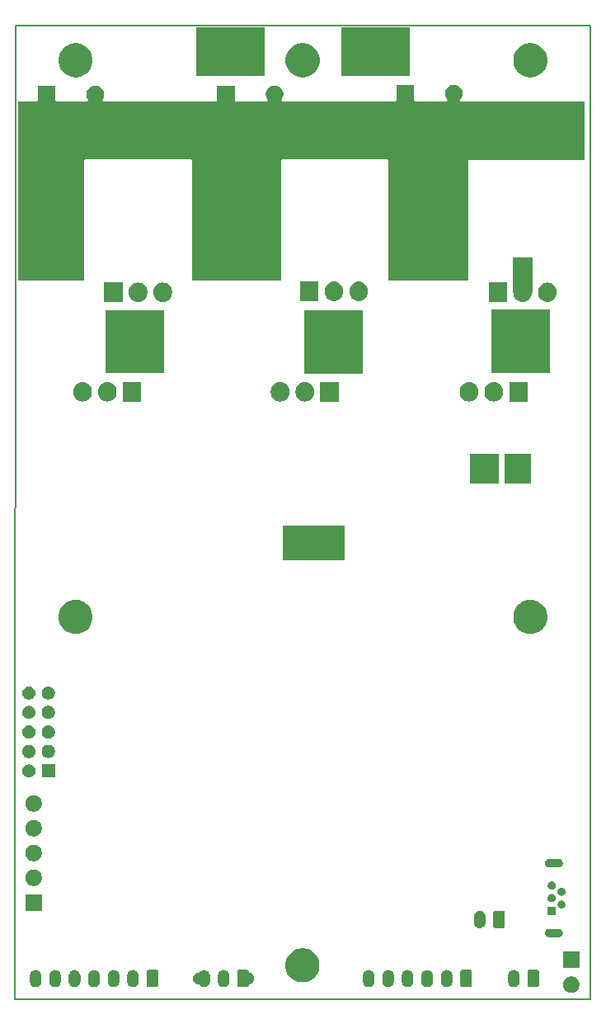
<source format=gbr>
G04 #@! TF.GenerationSoftware,KiCad,Pcbnew,(5.1.5)-3*
G04 #@! TF.CreationDate,2020-08-20T12:00:54-05:00*
G04 #@! TF.ProjectId,Cheap FOCer 2 60mm,43686561-7020-4464-9f43-657220322036,0.9*
G04 #@! TF.SameCoordinates,PX6979f40PYa1135a0*
G04 #@! TF.FileFunction,Soldermask,Bot*
G04 #@! TF.FilePolarity,Negative*
%FSLAX46Y46*%
G04 Gerber Fmt 4.6, Leading zero omitted, Abs format (unit mm)*
G04 Created by KiCad (PCBNEW (5.1.5)-3) date 2020-08-20 12:00:54*
%MOMM*%
%LPD*%
G04 APERTURE LIST*
%ADD10C,0.150000*%
G04 APERTURE END LIST*
D10*
X59100000Y99900000D02*
X25000Y99900000D01*
X0Y0D02*
X59100000Y0D01*
X25000Y99900000D02*
X0Y0D01*
X59100000Y0D02*
X59100000Y99900000D01*
G36*
X57347935Y2277336D02*
G01*
X57502624Y2213261D01*
X57502626Y2213260D01*
X57641844Y2120238D01*
X57760238Y2001844D01*
X57828842Y1899170D01*
X57853261Y1862624D01*
X57917336Y1707935D01*
X57950000Y1543719D01*
X57950000Y1376281D01*
X57917336Y1212065D01*
X57853261Y1057376D01*
X57853260Y1057374D01*
X57760238Y918156D01*
X57641844Y799762D01*
X57502626Y706740D01*
X57502625Y706739D01*
X57502624Y706739D01*
X57347935Y642664D01*
X57183719Y610000D01*
X57016281Y610000D01*
X56852065Y642664D01*
X56697376Y706739D01*
X56697375Y706739D01*
X56697374Y706740D01*
X56558156Y799762D01*
X56439762Y918156D01*
X56346740Y1057374D01*
X56346739Y1057376D01*
X56282664Y1212065D01*
X56250000Y1376281D01*
X56250000Y1543719D01*
X56282664Y1707935D01*
X56346739Y1862624D01*
X56371158Y1899170D01*
X56439762Y2001844D01*
X56558156Y2120238D01*
X56697374Y2213260D01*
X56697376Y2213261D01*
X56852065Y2277336D01*
X57016281Y2310000D01*
X57183719Y2310000D01*
X57347935Y2277336D01*
G37*
G36*
X21517621Y2966318D02*
G01*
X21630721Y2932010D01*
X21734955Y2876296D01*
X21826317Y2801317D01*
X21901296Y2709955D01*
X21957010Y2605721D01*
X21991318Y2492621D01*
X22000000Y2404474D01*
X22000000Y1795526D01*
X21991318Y1707379D01*
X21957010Y1594279D01*
X21901296Y1490045D01*
X21826317Y1398683D01*
X21734954Y1323704D01*
X21630720Y1267990D01*
X21517620Y1233682D01*
X21400000Y1222097D01*
X21282379Y1233682D01*
X21169279Y1267990D01*
X21065045Y1323704D01*
X20973683Y1398683D01*
X20898704Y1490046D01*
X20842990Y1594280D01*
X20808682Y1707380D01*
X20800000Y1795527D01*
X20800000Y2404474D01*
X20808682Y2492621D01*
X20842990Y2605721D01*
X20898705Y2709955D01*
X20973684Y2801317D01*
X21065046Y2876296D01*
X21169280Y2932010D01*
X21282380Y2966318D01*
X21400000Y2977903D01*
X21517621Y2966318D01*
G37*
G36*
X51317621Y2966318D02*
G01*
X51430721Y2932010D01*
X51534955Y2876296D01*
X51626317Y2801317D01*
X51701296Y2709955D01*
X51757010Y2605721D01*
X51791318Y2492621D01*
X51800000Y2404474D01*
X51800000Y1795526D01*
X51791318Y1707379D01*
X51757010Y1594279D01*
X51701296Y1490045D01*
X51626317Y1398683D01*
X51534954Y1323704D01*
X51430720Y1267990D01*
X51317620Y1233682D01*
X51200000Y1222097D01*
X51082379Y1233682D01*
X50969279Y1267990D01*
X50865045Y1323704D01*
X50773683Y1398683D01*
X50698704Y1490046D01*
X50642990Y1594280D01*
X50608682Y1707380D01*
X50600000Y1795527D01*
X50600000Y2404474D01*
X50608682Y2492621D01*
X50642990Y2605721D01*
X50698705Y2709955D01*
X50773684Y2801317D01*
X50865046Y2876296D01*
X50969280Y2932010D01*
X51082380Y2966318D01*
X51200000Y2977903D01*
X51317621Y2966318D01*
G37*
G36*
X36417621Y2966318D02*
G01*
X36530721Y2932010D01*
X36634955Y2876296D01*
X36726317Y2801317D01*
X36801296Y2709955D01*
X36857010Y2605721D01*
X36891318Y2492621D01*
X36900000Y2404474D01*
X36900000Y1795526D01*
X36891318Y1707379D01*
X36857010Y1594279D01*
X36801296Y1490045D01*
X36726317Y1398683D01*
X36634954Y1323704D01*
X36530720Y1267990D01*
X36417620Y1233682D01*
X36300000Y1222097D01*
X36182379Y1233682D01*
X36069279Y1267990D01*
X35965045Y1323704D01*
X35873683Y1398683D01*
X35798704Y1490046D01*
X35742990Y1594280D01*
X35708682Y1707380D01*
X35700000Y1795527D01*
X35700000Y2404474D01*
X35708682Y2492621D01*
X35742990Y2605721D01*
X35798705Y2709955D01*
X35873684Y2801317D01*
X35965046Y2876296D01*
X36069280Y2932010D01*
X36182380Y2966318D01*
X36300000Y2977903D01*
X36417621Y2966318D01*
G37*
G36*
X38417621Y2966318D02*
G01*
X38530721Y2932010D01*
X38634955Y2876296D01*
X38726317Y2801317D01*
X38801296Y2709955D01*
X38857010Y2605721D01*
X38891318Y2492621D01*
X38900000Y2404474D01*
X38900000Y1795526D01*
X38891318Y1707379D01*
X38857010Y1594279D01*
X38801296Y1490045D01*
X38726317Y1398683D01*
X38634954Y1323704D01*
X38530720Y1267990D01*
X38417620Y1233682D01*
X38300000Y1222097D01*
X38182379Y1233682D01*
X38069279Y1267990D01*
X37965045Y1323704D01*
X37873683Y1398683D01*
X37798704Y1490046D01*
X37742990Y1594280D01*
X37708682Y1707380D01*
X37700000Y1795527D01*
X37700000Y2404474D01*
X37708682Y2492621D01*
X37742990Y2605721D01*
X37798705Y2709955D01*
X37873684Y2801317D01*
X37965046Y2876296D01*
X38069280Y2932010D01*
X38182380Y2966318D01*
X38300000Y2977903D01*
X38417621Y2966318D01*
G37*
G36*
X40417621Y2966318D02*
G01*
X40530721Y2932010D01*
X40634955Y2876296D01*
X40726317Y2801317D01*
X40801296Y2709955D01*
X40857010Y2605721D01*
X40891318Y2492621D01*
X40900000Y2404474D01*
X40900000Y1795526D01*
X40891318Y1707379D01*
X40857010Y1594279D01*
X40801296Y1490045D01*
X40726317Y1398683D01*
X40634954Y1323704D01*
X40530720Y1267990D01*
X40417620Y1233682D01*
X40300000Y1222097D01*
X40182379Y1233682D01*
X40069279Y1267990D01*
X39965045Y1323704D01*
X39873683Y1398683D01*
X39798704Y1490046D01*
X39742990Y1594280D01*
X39708682Y1707380D01*
X39700000Y1795527D01*
X39700000Y2404474D01*
X39708682Y2492621D01*
X39742990Y2605721D01*
X39798705Y2709955D01*
X39873684Y2801317D01*
X39965046Y2876296D01*
X40069280Y2932010D01*
X40182380Y2966318D01*
X40300000Y2977903D01*
X40417621Y2966318D01*
G37*
G36*
X42417621Y2966318D02*
G01*
X42530721Y2932010D01*
X42634955Y2876296D01*
X42726317Y2801317D01*
X42801296Y2709955D01*
X42857010Y2605721D01*
X42891318Y2492621D01*
X42900000Y2404474D01*
X42900000Y1795526D01*
X42891318Y1707379D01*
X42857010Y1594279D01*
X42801296Y1490045D01*
X42726317Y1398683D01*
X42634954Y1323704D01*
X42530720Y1267990D01*
X42417620Y1233682D01*
X42300000Y1222097D01*
X42182379Y1233682D01*
X42069279Y1267990D01*
X41965045Y1323704D01*
X41873683Y1398683D01*
X41798704Y1490046D01*
X41742990Y1594280D01*
X41708682Y1707380D01*
X41700000Y1795527D01*
X41700000Y2404474D01*
X41708682Y2492621D01*
X41742990Y2605721D01*
X41798705Y2709955D01*
X41873684Y2801317D01*
X41965046Y2876296D01*
X42069280Y2932010D01*
X42182380Y2966318D01*
X42300000Y2977903D01*
X42417621Y2966318D01*
G37*
G36*
X44417621Y2966318D02*
G01*
X44530721Y2932010D01*
X44634955Y2876296D01*
X44726317Y2801317D01*
X44801296Y2709955D01*
X44857010Y2605721D01*
X44891318Y2492621D01*
X44900000Y2404474D01*
X44900000Y1795526D01*
X44891318Y1707379D01*
X44857010Y1594279D01*
X44801296Y1490045D01*
X44726317Y1398683D01*
X44634954Y1323704D01*
X44530720Y1267990D01*
X44417620Y1233682D01*
X44300000Y1222097D01*
X44182379Y1233682D01*
X44069279Y1267990D01*
X43965045Y1323704D01*
X43873683Y1398683D01*
X43798704Y1490046D01*
X43742990Y1594280D01*
X43708682Y1707380D01*
X43700000Y1795527D01*
X43700000Y2404474D01*
X43708682Y2492621D01*
X43742990Y2605721D01*
X43798705Y2709955D01*
X43873684Y2801317D01*
X43965046Y2876296D01*
X44069280Y2932010D01*
X44182380Y2966318D01*
X44300000Y2977903D01*
X44417621Y2966318D01*
G37*
G36*
X10217621Y2966318D02*
G01*
X10330721Y2932010D01*
X10434955Y2876296D01*
X10526317Y2801317D01*
X10601296Y2709955D01*
X10657010Y2605721D01*
X10691318Y2492621D01*
X10700000Y2404474D01*
X10700000Y1795526D01*
X10691318Y1707379D01*
X10657010Y1594279D01*
X10601296Y1490045D01*
X10526317Y1398683D01*
X10434954Y1323704D01*
X10330720Y1267990D01*
X10217620Y1233682D01*
X10100000Y1222097D01*
X9982379Y1233682D01*
X9869279Y1267990D01*
X9765045Y1323704D01*
X9673683Y1398683D01*
X9598704Y1490046D01*
X9542990Y1594280D01*
X9508682Y1707380D01*
X9500000Y1795527D01*
X9500000Y2404474D01*
X9508682Y2492621D01*
X9542990Y2605721D01*
X9598705Y2709955D01*
X9673684Y2801317D01*
X9765046Y2876296D01*
X9869280Y2932010D01*
X9982380Y2966318D01*
X10100000Y2977903D01*
X10217621Y2966318D01*
G37*
G36*
X12217621Y2966318D02*
G01*
X12330721Y2932010D01*
X12434955Y2876296D01*
X12526317Y2801317D01*
X12601296Y2709955D01*
X12657010Y2605721D01*
X12691318Y2492621D01*
X12700000Y2404474D01*
X12700000Y1795526D01*
X12691318Y1707379D01*
X12657010Y1594279D01*
X12601296Y1490045D01*
X12526317Y1398683D01*
X12434954Y1323704D01*
X12330720Y1267990D01*
X12217620Y1233682D01*
X12100000Y1222097D01*
X11982379Y1233682D01*
X11869279Y1267990D01*
X11765045Y1323704D01*
X11673683Y1398683D01*
X11598704Y1490046D01*
X11542990Y1594280D01*
X11508682Y1707380D01*
X11500000Y1795527D01*
X11500000Y2404474D01*
X11508682Y2492621D01*
X11542990Y2605721D01*
X11598705Y2709955D01*
X11673684Y2801317D01*
X11765046Y2876296D01*
X11869280Y2932010D01*
X11982380Y2966318D01*
X12100000Y2977903D01*
X12217621Y2966318D01*
G37*
G36*
X19517621Y2966318D02*
G01*
X19630721Y2932010D01*
X19734955Y2876296D01*
X19826317Y2801317D01*
X19901296Y2709955D01*
X19957010Y2605721D01*
X19991318Y2492621D01*
X20000000Y2404474D01*
X20000000Y1795526D01*
X19991318Y1707379D01*
X19957010Y1594279D01*
X19901296Y1490045D01*
X19826317Y1398683D01*
X19734954Y1323704D01*
X19630720Y1267990D01*
X19517620Y1233682D01*
X19400000Y1222097D01*
X19282379Y1233682D01*
X19169279Y1267990D01*
X19065045Y1323704D01*
X18973683Y1398683D01*
X18928034Y1454307D01*
X18910715Y1471626D01*
X18890341Y1485240D01*
X18867702Y1494617D01*
X18843669Y1499398D01*
X18831416Y1500000D01*
X18800904Y1500000D01*
X18684987Y1523057D01*
X18575794Y1568286D01*
X18477523Y1633949D01*
X18393949Y1717523D01*
X18328286Y1815794D01*
X18283057Y1924987D01*
X18260000Y2040904D01*
X18260000Y2159096D01*
X18283057Y2275013D01*
X18328286Y2384206D01*
X18393949Y2482477D01*
X18477523Y2566051D01*
X18575794Y2631714D01*
X18684987Y2676943D01*
X18800904Y2700000D01*
X18831416Y2700000D01*
X18855802Y2702402D01*
X18879251Y2709515D01*
X18900862Y2721066D01*
X18919804Y2736611D01*
X18928032Y2745690D01*
X18973684Y2801317D01*
X19065046Y2876296D01*
X19169280Y2932010D01*
X19282380Y2966318D01*
X19400000Y2977903D01*
X19517621Y2966318D01*
G37*
G36*
X2217621Y2966318D02*
G01*
X2330721Y2932010D01*
X2434955Y2876296D01*
X2526317Y2801317D01*
X2601296Y2709955D01*
X2657010Y2605721D01*
X2691318Y2492621D01*
X2700000Y2404474D01*
X2700000Y1795526D01*
X2691318Y1707379D01*
X2657010Y1594279D01*
X2601296Y1490045D01*
X2526317Y1398683D01*
X2434954Y1323704D01*
X2330720Y1267990D01*
X2217620Y1233682D01*
X2100000Y1222097D01*
X1982379Y1233682D01*
X1869279Y1267990D01*
X1765045Y1323704D01*
X1673683Y1398683D01*
X1598704Y1490046D01*
X1542990Y1594280D01*
X1508682Y1707380D01*
X1500000Y1795527D01*
X1500000Y2404474D01*
X1508682Y2492621D01*
X1542990Y2605721D01*
X1598705Y2709955D01*
X1673684Y2801317D01*
X1765046Y2876296D01*
X1869280Y2932010D01*
X1982380Y2966318D01*
X2100000Y2977903D01*
X2217621Y2966318D01*
G37*
G36*
X4217621Y2966318D02*
G01*
X4330721Y2932010D01*
X4434955Y2876296D01*
X4526317Y2801317D01*
X4601296Y2709955D01*
X4657010Y2605721D01*
X4691318Y2492621D01*
X4700000Y2404474D01*
X4700000Y1795526D01*
X4691318Y1707379D01*
X4657010Y1594279D01*
X4601296Y1490045D01*
X4526317Y1398683D01*
X4434954Y1323704D01*
X4330720Y1267990D01*
X4217620Y1233682D01*
X4100000Y1222097D01*
X3982379Y1233682D01*
X3869279Y1267990D01*
X3765045Y1323704D01*
X3673683Y1398683D01*
X3598704Y1490046D01*
X3542990Y1594280D01*
X3508682Y1707380D01*
X3500000Y1795527D01*
X3500000Y2404474D01*
X3508682Y2492621D01*
X3542990Y2605721D01*
X3598705Y2709955D01*
X3673684Y2801317D01*
X3765046Y2876296D01*
X3869280Y2932010D01*
X3982380Y2966318D01*
X4100000Y2977903D01*
X4217621Y2966318D01*
G37*
G36*
X6217621Y2966318D02*
G01*
X6330721Y2932010D01*
X6434955Y2876296D01*
X6526317Y2801317D01*
X6601296Y2709955D01*
X6657010Y2605721D01*
X6691318Y2492621D01*
X6700000Y2404474D01*
X6700000Y1795526D01*
X6691318Y1707379D01*
X6657010Y1594279D01*
X6601296Y1490045D01*
X6526317Y1398683D01*
X6434954Y1323704D01*
X6330720Y1267990D01*
X6217620Y1233682D01*
X6100000Y1222097D01*
X5982379Y1233682D01*
X5869279Y1267990D01*
X5765045Y1323704D01*
X5673683Y1398683D01*
X5598704Y1490046D01*
X5542990Y1594280D01*
X5508682Y1707380D01*
X5500000Y1795527D01*
X5500000Y2404474D01*
X5508682Y2492621D01*
X5542990Y2605721D01*
X5598705Y2709955D01*
X5673684Y2801317D01*
X5765046Y2876296D01*
X5869280Y2932010D01*
X5982380Y2966318D01*
X6100000Y2977903D01*
X6217621Y2966318D01*
G37*
G36*
X8217621Y2966318D02*
G01*
X8330721Y2932010D01*
X8434955Y2876296D01*
X8526317Y2801317D01*
X8601296Y2709955D01*
X8657010Y2605721D01*
X8691318Y2492621D01*
X8700000Y2404474D01*
X8700000Y1795526D01*
X8691318Y1707379D01*
X8657010Y1594279D01*
X8601296Y1490045D01*
X8526317Y1398683D01*
X8434954Y1323704D01*
X8330720Y1267990D01*
X8217620Y1233682D01*
X8100000Y1222097D01*
X7982379Y1233682D01*
X7869279Y1267990D01*
X7765045Y1323704D01*
X7673683Y1398683D01*
X7598704Y1490046D01*
X7542990Y1594280D01*
X7508682Y1707380D01*
X7500000Y1795527D01*
X7500000Y2404474D01*
X7508682Y2492621D01*
X7542990Y2605721D01*
X7598705Y2709955D01*
X7673684Y2801317D01*
X7765046Y2876296D01*
X7869280Y2932010D01*
X7982380Y2966318D01*
X8100000Y2977903D01*
X8217621Y2966318D01*
G37*
G36*
X14557345Y2971005D02*
G01*
X14590451Y2960962D01*
X14620964Y2944653D01*
X14647706Y2922706D01*
X14669653Y2895964D01*
X14685962Y2865451D01*
X14696005Y2832345D01*
X14700000Y2791779D01*
X14700000Y1408221D01*
X14696005Y1367655D01*
X14685962Y1334549D01*
X14669653Y1304036D01*
X14647706Y1277294D01*
X14620964Y1255347D01*
X14590451Y1239038D01*
X14557345Y1228995D01*
X14516779Y1225000D01*
X13683221Y1225000D01*
X13642655Y1228995D01*
X13609549Y1239038D01*
X13579036Y1255347D01*
X13552294Y1277294D01*
X13530347Y1304036D01*
X13514038Y1334549D01*
X13503995Y1367655D01*
X13500000Y1408221D01*
X13500000Y2791779D01*
X13503995Y2832345D01*
X13514038Y2865451D01*
X13530347Y2895964D01*
X13552294Y2922706D01*
X13579036Y2944653D01*
X13609549Y2960962D01*
X13642655Y2971005D01*
X13683221Y2975000D01*
X14516779Y2975000D01*
X14557345Y2971005D01*
G37*
G36*
X23857345Y2971005D02*
G01*
X23890451Y2960962D01*
X23920964Y2944653D01*
X23947706Y2922706D01*
X23969653Y2895964D01*
X23985962Y2865451D01*
X23996005Y2832345D01*
X24000151Y2790243D01*
X24004931Y2766210D01*
X24014308Y2743571D01*
X24027922Y2723197D01*
X24045248Y2705869D01*
X24065623Y2692255D01*
X24088261Y2682878D01*
X24100162Y2679897D01*
X24115012Y2676943D01*
X24224206Y2631714D01*
X24322477Y2566051D01*
X24406051Y2482477D01*
X24471714Y2384206D01*
X24516943Y2275013D01*
X24540000Y2159096D01*
X24540000Y2040904D01*
X24516943Y1924987D01*
X24471714Y1815794D01*
X24406051Y1717523D01*
X24322477Y1633949D01*
X24224206Y1568286D01*
X24115012Y1523057D01*
X24100162Y1520103D01*
X24076713Y1512990D01*
X24055102Y1501439D01*
X24036160Y1485893D01*
X24020615Y1466951D01*
X24009064Y1445341D01*
X24001951Y1421892D01*
X24000151Y1409757D01*
X23996005Y1367655D01*
X23985962Y1334549D01*
X23969653Y1304036D01*
X23947706Y1277294D01*
X23920964Y1255347D01*
X23890451Y1239038D01*
X23857345Y1228995D01*
X23816779Y1225000D01*
X22983221Y1225000D01*
X22942655Y1228995D01*
X22909549Y1239038D01*
X22879036Y1255347D01*
X22852294Y1277294D01*
X22830347Y1304036D01*
X22814038Y1334549D01*
X22803995Y1367655D01*
X22800000Y1408221D01*
X22800000Y2791779D01*
X22803995Y2832345D01*
X22814038Y2865451D01*
X22830347Y2895964D01*
X22852294Y2922706D01*
X22879036Y2944653D01*
X22909549Y2960962D01*
X22942655Y2971005D01*
X22983221Y2975000D01*
X23816779Y2975000D01*
X23857345Y2971005D01*
G37*
G36*
X46757345Y2971005D02*
G01*
X46790451Y2960962D01*
X46820964Y2944653D01*
X46847706Y2922706D01*
X46869653Y2895964D01*
X46885962Y2865451D01*
X46896005Y2832345D01*
X46900000Y2791779D01*
X46900000Y1408221D01*
X46896005Y1367655D01*
X46885962Y1334549D01*
X46869653Y1304036D01*
X46847706Y1277294D01*
X46820964Y1255347D01*
X46790451Y1239038D01*
X46757345Y1228995D01*
X46716779Y1225000D01*
X45883221Y1225000D01*
X45842655Y1228995D01*
X45809549Y1239038D01*
X45779036Y1255347D01*
X45752294Y1277294D01*
X45730347Y1304036D01*
X45714038Y1334549D01*
X45703995Y1367655D01*
X45700000Y1408221D01*
X45700000Y2791779D01*
X45703995Y2832345D01*
X45714038Y2865451D01*
X45730347Y2895964D01*
X45752294Y2922706D01*
X45779036Y2944653D01*
X45809549Y2960962D01*
X45842655Y2971005D01*
X45883221Y2975000D01*
X46716779Y2975000D01*
X46757345Y2971005D01*
G37*
G36*
X53657345Y2971005D02*
G01*
X53690451Y2960962D01*
X53720964Y2944653D01*
X53747706Y2922706D01*
X53769653Y2895964D01*
X53785962Y2865451D01*
X53796005Y2832345D01*
X53800000Y2791779D01*
X53800000Y1408221D01*
X53796005Y1367655D01*
X53785962Y1334549D01*
X53769653Y1304036D01*
X53747706Y1277294D01*
X53720964Y1255347D01*
X53690451Y1239038D01*
X53657345Y1228995D01*
X53616779Y1225000D01*
X52783221Y1225000D01*
X52742655Y1228995D01*
X52709549Y1239038D01*
X52679036Y1255347D01*
X52652294Y1277294D01*
X52630347Y1304036D01*
X52614038Y1334549D01*
X52603995Y1367655D01*
X52600000Y1408221D01*
X52600000Y2791779D01*
X52603995Y2832345D01*
X52614038Y2865451D01*
X52630347Y2895964D01*
X52652294Y2922706D01*
X52679036Y2944653D01*
X52709549Y2960962D01*
X52742655Y2971005D01*
X52783221Y2975000D01*
X53616779Y2975000D01*
X53657345Y2971005D01*
G37*
G36*
X29841408Y5166374D02*
G01*
X30010456Y5132749D01*
X30328936Y5000830D01*
X30615560Y4809314D01*
X30859314Y4565560D01*
X31050830Y4278936D01*
X31182749Y3960456D01*
X31250000Y3622360D01*
X31250000Y3277640D01*
X31182749Y2939544D01*
X31050830Y2621064D01*
X30859314Y2334440D01*
X30615560Y2090686D01*
X30328936Y1899170D01*
X30010456Y1767251D01*
X29841408Y1733626D01*
X29672361Y1700000D01*
X29327639Y1700000D01*
X29158592Y1733626D01*
X28989544Y1767251D01*
X28671064Y1899170D01*
X28384440Y2090686D01*
X28140686Y2334440D01*
X27949170Y2621064D01*
X27817251Y2939544D01*
X27750000Y3277640D01*
X27750000Y3622360D01*
X27817251Y3960456D01*
X27949170Y4278936D01*
X28140686Y4565560D01*
X28384440Y4809314D01*
X28671064Y5000830D01*
X28989544Y5132749D01*
X29158592Y5166374D01*
X29327639Y5200000D01*
X29672361Y5200000D01*
X29841408Y5166374D01*
G37*
G36*
X57950000Y3150000D02*
G01*
X56250000Y3150000D01*
X56250000Y4850000D01*
X57950000Y4850000D01*
X57950000Y3150000D01*
G37*
G36*
X55903316Y7193851D02*
G01*
X55983427Y7169549D01*
X56052492Y7132632D01*
X56057260Y7130084D01*
X56074117Y7116250D01*
X56121975Y7076975D01*
X56161250Y7029117D01*
X56175084Y7012260D01*
X56175085Y7012258D01*
X56214549Y6938427D01*
X56238851Y6858316D01*
X56247056Y6775000D01*
X56238851Y6691684D01*
X56214549Y6611573D01*
X56177632Y6542508D01*
X56175084Y6537740D01*
X56161250Y6520883D01*
X56121975Y6473025D01*
X56074117Y6433750D01*
X56057260Y6419916D01*
X56057258Y6419915D01*
X55983427Y6380451D01*
X55903316Y6356149D01*
X55840878Y6350000D01*
X54799122Y6350000D01*
X54736684Y6356149D01*
X54656573Y6380451D01*
X54582742Y6419915D01*
X54582740Y6419916D01*
X54565883Y6433750D01*
X54518025Y6473025D01*
X54478750Y6520883D01*
X54464916Y6537740D01*
X54462368Y6542508D01*
X54425451Y6611573D01*
X54401149Y6691684D01*
X54392944Y6775000D01*
X54401149Y6858316D01*
X54425451Y6938427D01*
X54464915Y7012258D01*
X54464916Y7012260D01*
X54478750Y7029117D01*
X54518025Y7076975D01*
X54565883Y7116250D01*
X54582740Y7130084D01*
X54587508Y7132632D01*
X54656573Y7169549D01*
X54736684Y7193851D01*
X54799122Y7200000D01*
X55840878Y7200000D01*
X55903316Y7193851D01*
G37*
G36*
X47817621Y9016318D02*
G01*
X47930721Y8982010D01*
X48034955Y8926296D01*
X48126317Y8851317D01*
X48201296Y8759955D01*
X48257010Y8655721D01*
X48291318Y8542621D01*
X48300000Y8454474D01*
X48300000Y7845526D01*
X48291318Y7757379D01*
X48257010Y7644279D01*
X48201296Y7540045D01*
X48126317Y7448683D01*
X48034954Y7373704D01*
X47930720Y7317990D01*
X47817620Y7283682D01*
X47700000Y7272097D01*
X47582379Y7283682D01*
X47469279Y7317990D01*
X47365045Y7373704D01*
X47273683Y7448683D01*
X47198704Y7540046D01*
X47142990Y7644280D01*
X47108682Y7757380D01*
X47100000Y7845527D01*
X47100000Y8454474D01*
X47108682Y8542621D01*
X47142990Y8655721D01*
X47198705Y8759955D01*
X47273684Y8851317D01*
X47365046Y8926296D01*
X47469280Y8982010D01*
X47582380Y9016318D01*
X47700000Y9027903D01*
X47817621Y9016318D01*
G37*
G36*
X50157345Y9021005D02*
G01*
X50190451Y9010962D01*
X50220964Y8994653D01*
X50247706Y8972706D01*
X50269653Y8945964D01*
X50285962Y8915451D01*
X50296005Y8882345D01*
X50300000Y8841779D01*
X50300000Y7458221D01*
X50296005Y7417655D01*
X50285962Y7384549D01*
X50269653Y7354036D01*
X50247706Y7327294D01*
X50220964Y7305347D01*
X50190451Y7289038D01*
X50157345Y7278995D01*
X50116779Y7275000D01*
X49283221Y7275000D01*
X49242655Y7278995D01*
X49209549Y7289038D01*
X49179036Y7305347D01*
X49152294Y7327294D01*
X49130347Y7354036D01*
X49114038Y7384549D01*
X49103995Y7417655D01*
X49100000Y7458221D01*
X49100000Y8841779D01*
X49103995Y8882345D01*
X49114038Y8915451D01*
X49130347Y8945964D01*
X49152294Y8972706D01*
X49179036Y8994653D01*
X49209549Y9010962D01*
X49242655Y9021005D01*
X49283221Y9025000D01*
X50116779Y9025000D01*
X50157345Y9021005D01*
G37*
G36*
X55541066Y9469431D02*
G01*
X55529515Y9447820D01*
X55522402Y9424371D01*
X55520000Y9399985D01*
X55520000Y8630000D01*
X54680000Y8630000D01*
X54680000Y9470000D01*
X55541533Y9470000D01*
X55541066Y9469431D01*
G37*
G36*
X2750000Y9050000D02*
G01*
X1050000Y9050000D01*
X1050000Y10750000D01*
X2750000Y10750000D01*
X2750000Y9050000D01*
G37*
G36*
X56222509Y10103860D02*
G01*
X56298943Y10072200D01*
X56298945Y10072199D01*
X56333573Y10049061D01*
X56367733Y10026236D01*
X56426236Y9967733D01*
X56472200Y9898943D01*
X56503860Y9822509D01*
X56520000Y9741368D01*
X56520000Y9658632D01*
X56503860Y9577491D01*
X56473385Y9503918D01*
X56472199Y9501055D01*
X56426235Y9432266D01*
X56367734Y9373765D01*
X56298945Y9327801D01*
X56298944Y9327800D01*
X56298943Y9327800D01*
X56222509Y9296140D01*
X56141368Y9280000D01*
X56058632Y9280000D01*
X55977491Y9296140D01*
X55901057Y9327800D01*
X55901056Y9327800D01*
X55901055Y9327801D01*
X55832266Y9373765D01*
X55773765Y9432266D01*
X55748931Y9469432D01*
X55733387Y9488373D01*
X55714445Y9503918D01*
X55692834Y9515469D01*
X55669385Y9522582D01*
X55666905Y9522826D01*
X55669143Y9525553D01*
X55680694Y9547164D01*
X55687807Y9570613D01*
X55690209Y9594999D01*
X55687807Y9619386D01*
X55680000Y9658634D01*
X55680000Y9741368D01*
X55696140Y9822509D01*
X55727800Y9898943D01*
X55773764Y9967733D01*
X55832267Y10026236D01*
X55866427Y10049061D01*
X55901055Y10072199D01*
X55901057Y10072200D01*
X55977491Y10103860D01*
X56058632Y10120000D01*
X56141368Y10120000D01*
X56222509Y10103860D01*
G37*
G36*
X55222509Y10753860D02*
G01*
X55298943Y10722200D01*
X55298945Y10722199D01*
X55333573Y10699061D01*
X55367733Y10676236D01*
X55426236Y10617733D01*
X55472200Y10548943D01*
X55503860Y10472509D01*
X55520000Y10391368D01*
X55520000Y10308632D01*
X55503860Y10227491D01*
X55472200Y10151057D01*
X55472199Y10151055D01*
X55426235Y10082266D01*
X55367734Y10023765D01*
X55298945Y9977801D01*
X55298944Y9977800D01*
X55298943Y9977800D01*
X55222509Y9946140D01*
X55141368Y9930000D01*
X55058632Y9930000D01*
X54977491Y9946140D01*
X54901057Y9977800D01*
X54901056Y9977800D01*
X54901055Y9977801D01*
X54832266Y10023765D01*
X54773765Y10082266D01*
X54727801Y10151055D01*
X54727800Y10151057D01*
X54696140Y10227491D01*
X54680000Y10308632D01*
X54680000Y10391368D01*
X54696140Y10472509D01*
X54727800Y10548943D01*
X54773764Y10617733D01*
X54832267Y10676236D01*
X54866427Y10699061D01*
X54901055Y10722199D01*
X54901057Y10722200D01*
X54977491Y10753860D01*
X55058632Y10770000D01*
X55141368Y10770000D01*
X55222509Y10753860D01*
G37*
G36*
X56222509Y11403860D02*
G01*
X56298943Y11372200D01*
X56298945Y11372199D01*
X56333573Y11349061D01*
X56367733Y11326236D01*
X56426236Y11267733D01*
X56472200Y11198943D01*
X56503860Y11122509D01*
X56520000Y11041368D01*
X56520000Y10958632D01*
X56503860Y10877491D01*
X56472200Y10801057D01*
X56472199Y10801055D01*
X56426235Y10732266D01*
X56367734Y10673765D01*
X56298945Y10627801D01*
X56298944Y10627800D01*
X56298943Y10627800D01*
X56222509Y10596140D01*
X56141368Y10580000D01*
X56058632Y10580000D01*
X55977491Y10596140D01*
X55901057Y10627800D01*
X55901056Y10627800D01*
X55901055Y10627801D01*
X55832266Y10673765D01*
X55773765Y10732266D01*
X55727801Y10801055D01*
X55727800Y10801057D01*
X55696140Y10877491D01*
X55680000Y10958632D01*
X55680000Y11041368D01*
X55696140Y11122509D01*
X55727800Y11198943D01*
X55773764Y11267733D01*
X55832267Y11326236D01*
X55866427Y11349061D01*
X55901055Y11372199D01*
X55901057Y11372200D01*
X55977491Y11403860D01*
X56058632Y11420000D01*
X56141368Y11420000D01*
X56222509Y11403860D01*
G37*
G36*
X55222509Y12053860D02*
G01*
X55298943Y12022200D01*
X55298945Y12022199D01*
X55333573Y11999061D01*
X55367733Y11976236D01*
X55426236Y11917733D01*
X55472200Y11848943D01*
X55503860Y11772509D01*
X55520000Y11691368D01*
X55520000Y11608632D01*
X55503860Y11527491D01*
X55472200Y11451057D01*
X55472199Y11451055D01*
X55426235Y11382266D01*
X55367734Y11323765D01*
X55298945Y11277801D01*
X55298944Y11277800D01*
X55298943Y11277800D01*
X55222509Y11246140D01*
X55141368Y11230000D01*
X55058632Y11230000D01*
X54977491Y11246140D01*
X54901057Y11277800D01*
X54901056Y11277800D01*
X54901055Y11277801D01*
X54832266Y11323765D01*
X54773765Y11382266D01*
X54727801Y11451055D01*
X54727800Y11451057D01*
X54696140Y11527491D01*
X54680000Y11608632D01*
X54680000Y11691368D01*
X54696140Y11772509D01*
X54727800Y11848943D01*
X54773764Y11917733D01*
X54832267Y11976236D01*
X54866427Y11999061D01*
X54901055Y12022199D01*
X54901057Y12022200D01*
X54977491Y12053860D01*
X55058632Y12070000D01*
X55141368Y12070000D01*
X55222509Y12053860D01*
G37*
G36*
X2147935Y13257336D02*
G01*
X2302624Y13193261D01*
X2302626Y13193260D01*
X2441844Y13100238D01*
X2560238Y12981844D01*
X2653260Y12842626D01*
X2653261Y12842624D01*
X2717336Y12687935D01*
X2750000Y12523719D01*
X2750000Y12356281D01*
X2717336Y12192065D01*
X2653261Y12037376D01*
X2653260Y12037374D01*
X2560238Y11898156D01*
X2441844Y11779762D01*
X2302626Y11686740D01*
X2302625Y11686739D01*
X2302624Y11686739D01*
X2147935Y11622664D01*
X1983719Y11590000D01*
X1816281Y11590000D01*
X1652065Y11622664D01*
X1497376Y11686739D01*
X1497375Y11686739D01*
X1497374Y11686740D01*
X1358156Y11779762D01*
X1239762Y11898156D01*
X1146740Y12037374D01*
X1146739Y12037376D01*
X1082664Y12192065D01*
X1050000Y12356281D01*
X1050000Y12523719D01*
X1082664Y12687935D01*
X1146739Y12842624D01*
X1146740Y12842626D01*
X1239762Y12981844D01*
X1358156Y13100238D01*
X1497374Y13193260D01*
X1497376Y13193261D01*
X1652065Y13257336D01*
X1816281Y13290000D01*
X1983719Y13290000D01*
X2147935Y13257336D01*
G37*
G36*
X55903316Y14343851D02*
G01*
X55983427Y14319549D01*
X56052492Y14282632D01*
X56057260Y14280084D01*
X56074117Y14266250D01*
X56121975Y14226975D01*
X56161250Y14179117D01*
X56175084Y14162260D01*
X56175085Y14162258D01*
X56214549Y14088427D01*
X56238851Y14008316D01*
X56247056Y13925000D01*
X56238851Y13841684D01*
X56214549Y13761573D01*
X56177632Y13692508D01*
X56175084Y13687740D01*
X56161250Y13670883D01*
X56121975Y13623025D01*
X56074117Y13583750D01*
X56057260Y13569916D01*
X56057258Y13569915D01*
X55983427Y13530451D01*
X55903316Y13506149D01*
X55840878Y13500000D01*
X54799122Y13500000D01*
X54736684Y13506149D01*
X54656573Y13530451D01*
X54582742Y13569915D01*
X54582740Y13569916D01*
X54565883Y13583750D01*
X54518025Y13623025D01*
X54478750Y13670883D01*
X54464916Y13687740D01*
X54462368Y13692508D01*
X54425451Y13761573D01*
X54401149Y13841684D01*
X54392944Y13925000D01*
X54401149Y14008316D01*
X54425451Y14088427D01*
X54464915Y14162258D01*
X54464916Y14162260D01*
X54478750Y14179117D01*
X54518025Y14226975D01*
X54565883Y14266250D01*
X54582740Y14280084D01*
X54587508Y14282632D01*
X54656573Y14319549D01*
X54736684Y14343851D01*
X54799122Y14350000D01*
X55840878Y14350000D01*
X55903316Y14343851D01*
G37*
G36*
X2147935Y15797336D02*
G01*
X2302624Y15733261D01*
X2302626Y15733260D01*
X2441844Y15640238D01*
X2560238Y15521844D01*
X2653260Y15382626D01*
X2653261Y15382624D01*
X2717336Y15227935D01*
X2750000Y15063719D01*
X2750000Y14896281D01*
X2717336Y14732065D01*
X2653261Y14577376D01*
X2653260Y14577374D01*
X2560238Y14438156D01*
X2441844Y14319762D01*
X2302626Y14226740D01*
X2302625Y14226739D01*
X2302624Y14226739D01*
X2147935Y14162664D01*
X1983719Y14130000D01*
X1816281Y14130000D01*
X1652065Y14162664D01*
X1497376Y14226739D01*
X1497375Y14226739D01*
X1497374Y14226740D01*
X1358156Y14319762D01*
X1239762Y14438156D01*
X1146740Y14577374D01*
X1146739Y14577376D01*
X1082664Y14732065D01*
X1050000Y14896281D01*
X1050000Y15063719D01*
X1082664Y15227935D01*
X1146739Y15382624D01*
X1146740Y15382626D01*
X1239762Y15521844D01*
X1358156Y15640238D01*
X1497374Y15733260D01*
X1497376Y15733261D01*
X1652065Y15797336D01*
X1816281Y15830000D01*
X1983719Y15830000D01*
X2147935Y15797336D01*
G37*
G36*
X2147935Y18337336D02*
G01*
X2302624Y18273261D01*
X2302626Y18273260D01*
X2441844Y18180238D01*
X2560238Y18061844D01*
X2653260Y17922626D01*
X2653261Y17922624D01*
X2717336Y17767935D01*
X2750000Y17603719D01*
X2750000Y17436281D01*
X2717336Y17272065D01*
X2653261Y17117376D01*
X2653260Y17117374D01*
X2560238Y16978156D01*
X2441844Y16859762D01*
X2302626Y16766740D01*
X2302625Y16766739D01*
X2302624Y16766739D01*
X2147935Y16702664D01*
X1983719Y16670000D01*
X1816281Y16670000D01*
X1652065Y16702664D01*
X1497376Y16766739D01*
X1497375Y16766739D01*
X1497374Y16766740D01*
X1358156Y16859762D01*
X1239762Y16978156D01*
X1146740Y17117374D01*
X1146739Y17117376D01*
X1082664Y17272065D01*
X1050000Y17436281D01*
X1050000Y17603719D01*
X1082664Y17767935D01*
X1146739Y17922624D01*
X1146740Y17922626D01*
X1239762Y18061844D01*
X1358156Y18180238D01*
X1497374Y18273260D01*
X1497376Y18273261D01*
X1652065Y18337336D01*
X1816281Y18370000D01*
X1983719Y18370000D01*
X2147935Y18337336D01*
G37*
G36*
X2147935Y20877336D02*
G01*
X2302624Y20813261D01*
X2302626Y20813260D01*
X2441844Y20720238D01*
X2560238Y20601844D01*
X2653260Y20462626D01*
X2653261Y20462624D01*
X2717336Y20307935D01*
X2750000Y20143719D01*
X2750000Y19976281D01*
X2717336Y19812065D01*
X2653261Y19657376D01*
X2653260Y19657374D01*
X2560238Y19518156D01*
X2441844Y19399762D01*
X2302626Y19306740D01*
X2302625Y19306739D01*
X2302624Y19306739D01*
X2147935Y19242664D01*
X1983719Y19210000D01*
X1816281Y19210000D01*
X1652065Y19242664D01*
X1497376Y19306739D01*
X1497375Y19306739D01*
X1497374Y19306740D01*
X1358156Y19399762D01*
X1239762Y19518156D01*
X1146740Y19657374D01*
X1146739Y19657376D01*
X1082664Y19812065D01*
X1050000Y19976281D01*
X1050000Y20143719D01*
X1082664Y20307935D01*
X1146739Y20462624D01*
X1146740Y20462626D01*
X1239762Y20601844D01*
X1358156Y20720238D01*
X1497374Y20813260D01*
X1497376Y20813261D01*
X1652065Y20877336D01*
X1816281Y20910000D01*
X1983719Y20910000D01*
X2147935Y20877336D01*
G37*
G36*
X4075000Y22725000D02*
G01*
X2725000Y22725000D01*
X2725000Y24075000D01*
X4075000Y24075000D01*
X4075000Y22725000D01*
G37*
G36*
X1596889Y24049061D02*
G01*
X1719731Y23998178D01*
X1830287Y23924307D01*
X1924307Y23830287D01*
X1998178Y23719731D01*
X2049061Y23596889D01*
X2075000Y23466483D01*
X2075000Y23333517D01*
X2049061Y23203111D01*
X1998178Y23080269D01*
X1924307Y22969713D01*
X1830287Y22875693D01*
X1719731Y22801822D01*
X1596889Y22750939D01*
X1466483Y22725000D01*
X1333517Y22725000D01*
X1203111Y22750939D01*
X1080269Y22801822D01*
X969713Y22875693D01*
X875693Y22969713D01*
X801822Y23080269D01*
X750939Y23203111D01*
X725000Y23333517D01*
X725000Y23466483D01*
X750939Y23596889D01*
X801822Y23719731D01*
X875693Y23830287D01*
X969713Y23924307D01*
X1080269Y23998178D01*
X1203111Y24049061D01*
X1333517Y24075000D01*
X1466483Y24075000D01*
X1596889Y24049061D01*
G37*
G36*
X3596889Y26049061D02*
G01*
X3719731Y25998178D01*
X3830287Y25924307D01*
X3924307Y25830287D01*
X3998178Y25719731D01*
X4049061Y25596889D01*
X4075000Y25466483D01*
X4075000Y25333517D01*
X4049061Y25203111D01*
X3998178Y25080269D01*
X3924307Y24969713D01*
X3830287Y24875693D01*
X3719731Y24801822D01*
X3596889Y24750939D01*
X3466483Y24725000D01*
X3333517Y24725000D01*
X3203111Y24750939D01*
X3080269Y24801822D01*
X2969713Y24875693D01*
X2875693Y24969713D01*
X2801822Y25080269D01*
X2750939Y25203111D01*
X2725000Y25333517D01*
X2725000Y25466483D01*
X2750939Y25596889D01*
X2801822Y25719731D01*
X2875693Y25830287D01*
X2969713Y25924307D01*
X3080269Y25998178D01*
X3203111Y26049061D01*
X3333517Y26075000D01*
X3466483Y26075000D01*
X3596889Y26049061D01*
G37*
G36*
X1596889Y26049061D02*
G01*
X1719731Y25998178D01*
X1830287Y25924307D01*
X1924307Y25830287D01*
X1998178Y25719731D01*
X2049061Y25596889D01*
X2075000Y25466483D01*
X2075000Y25333517D01*
X2049061Y25203111D01*
X1998178Y25080269D01*
X1924307Y24969713D01*
X1830287Y24875693D01*
X1719731Y24801822D01*
X1596889Y24750939D01*
X1466483Y24725000D01*
X1333517Y24725000D01*
X1203111Y24750939D01*
X1080269Y24801822D01*
X969713Y24875693D01*
X875693Y24969713D01*
X801822Y25080269D01*
X750939Y25203111D01*
X725000Y25333517D01*
X725000Y25466483D01*
X750939Y25596889D01*
X801822Y25719731D01*
X875693Y25830287D01*
X969713Y25924307D01*
X1080269Y25998178D01*
X1203111Y26049061D01*
X1333517Y26075000D01*
X1466483Y26075000D01*
X1596889Y26049061D01*
G37*
G36*
X3596889Y28049061D02*
G01*
X3719731Y27998178D01*
X3830287Y27924307D01*
X3924307Y27830287D01*
X3998178Y27719731D01*
X4049061Y27596889D01*
X4075000Y27466483D01*
X4075000Y27333517D01*
X4049061Y27203111D01*
X3998178Y27080269D01*
X3924307Y26969713D01*
X3830287Y26875693D01*
X3719731Y26801822D01*
X3596889Y26750939D01*
X3466483Y26725000D01*
X3333517Y26725000D01*
X3203111Y26750939D01*
X3080269Y26801822D01*
X2969713Y26875693D01*
X2875693Y26969713D01*
X2801822Y27080269D01*
X2750939Y27203111D01*
X2725000Y27333517D01*
X2725000Y27466483D01*
X2750939Y27596889D01*
X2801822Y27719731D01*
X2875693Y27830287D01*
X2969713Y27924307D01*
X3080269Y27998178D01*
X3203111Y28049061D01*
X3333517Y28075000D01*
X3466483Y28075000D01*
X3596889Y28049061D01*
G37*
G36*
X1596889Y28049061D02*
G01*
X1719731Y27998178D01*
X1830287Y27924307D01*
X1924307Y27830287D01*
X1998178Y27719731D01*
X2049061Y27596889D01*
X2075000Y27466483D01*
X2075000Y27333517D01*
X2049061Y27203111D01*
X1998178Y27080269D01*
X1924307Y26969713D01*
X1830287Y26875693D01*
X1719731Y26801822D01*
X1596889Y26750939D01*
X1466483Y26725000D01*
X1333517Y26725000D01*
X1203111Y26750939D01*
X1080269Y26801822D01*
X969713Y26875693D01*
X875693Y26969713D01*
X801822Y27080269D01*
X750939Y27203111D01*
X725000Y27333517D01*
X725000Y27466483D01*
X750939Y27596889D01*
X801822Y27719731D01*
X875693Y27830287D01*
X969713Y27924307D01*
X1080269Y27998178D01*
X1203111Y28049061D01*
X1333517Y28075000D01*
X1466483Y28075000D01*
X1596889Y28049061D01*
G37*
G36*
X1596889Y30049061D02*
G01*
X1719731Y29998178D01*
X1830287Y29924307D01*
X1924307Y29830287D01*
X1998178Y29719731D01*
X2049061Y29596889D01*
X2075000Y29466483D01*
X2075000Y29333517D01*
X2049061Y29203111D01*
X1998178Y29080269D01*
X1924307Y28969713D01*
X1830287Y28875693D01*
X1719731Y28801822D01*
X1596889Y28750939D01*
X1466483Y28725000D01*
X1333517Y28725000D01*
X1203111Y28750939D01*
X1080269Y28801822D01*
X969713Y28875693D01*
X875693Y28969713D01*
X801822Y29080269D01*
X750939Y29203111D01*
X725000Y29333517D01*
X725000Y29466483D01*
X750939Y29596889D01*
X801822Y29719731D01*
X875693Y29830287D01*
X969713Y29924307D01*
X1080269Y29998178D01*
X1203111Y30049061D01*
X1333517Y30075000D01*
X1466483Y30075000D01*
X1596889Y30049061D01*
G37*
G36*
X3596889Y30049061D02*
G01*
X3719731Y29998178D01*
X3830287Y29924307D01*
X3924307Y29830287D01*
X3998178Y29719731D01*
X4049061Y29596889D01*
X4075000Y29466483D01*
X4075000Y29333517D01*
X4049061Y29203111D01*
X3998178Y29080269D01*
X3924307Y28969713D01*
X3830287Y28875693D01*
X3719731Y28801822D01*
X3596889Y28750939D01*
X3466483Y28725000D01*
X3333517Y28725000D01*
X3203111Y28750939D01*
X3080269Y28801822D01*
X2969713Y28875693D01*
X2875693Y28969713D01*
X2801822Y29080269D01*
X2750939Y29203111D01*
X2725000Y29333517D01*
X2725000Y29466483D01*
X2750939Y29596889D01*
X2801822Y29719731D01*
X2875693Y29830287D01*
X2969713Y29924307D01*
X3080269Y29998178D01*
X3203111Y30049061D01*
X3333517Y30075000D01*
X3466483Y30075000D01*
X3596889Y30049061D01*
G37*
G36*
X3596889Y32049061D02*
G01*
X3719731Y31998178D01*
X3830287Y31924307D01*
X3924307Y31830287D01*
X3998178Y31719731D01*
X4049061Y31596889D01*
X4075000Y31466483D01*
X4075000Y31333517D01*
X4049061Y31203111D01*
X3998178Y31080269D01*
X3924307Y30969713D01*
X3830287Y30875693D01*
X3719731Y30801822D01*
X3596889Y30750939D01*
X3466483Y30725000D01*
X3333517Y30725000D01*
X3203111Y30750939D01*
X3080269Y30801822D01*
X2969713Y30875693D01*
X2875693Y30969713D01*
X2801822Y31080269D01*
X2750939Y31203111D01*
X2725000Y31333517D01*
X2725000Y31466483D01*
X2750939Y31596889D01*
X2801822Y31719731D01*
X2875693Y31830287D01*
X2969713Y31924307D01*
X3080269Y31998178D01*
X3203111Y32049061D01*
X3333517Y32075000D01*
X3466483Y32075000D01*
X3596889Y32049061D01*
G37*
G36*
X1596889Y32049061D02*
G01*
X1719731Y31998178D01*
X1830287Y31924307D01*
X1924307Y31830287D01*
X1998178Y31719731D01*
X2049061Y31596889D01*
X2075000Y31466483D01*
X2075000Y31333517D01*
X2049061Y31203111D01*
X1998178Y31080269D01*
X1924307Y30969713D01*
X1830287Y30875693D01*
X1719731Y30801822D01*
X1596889Y30750939D01*
X1466483Y30725000D01*
X1333517Y30725000D01*
X1203111Y30750939D01*
X1080269Y30801822D01*
X969713Y30875693D01*
X875693Y30969713D01*
X801822Y31080269D01*
X750939Y31203111D01*
X725000Y31333517D01*
X725000Y31466483D01*
X750939Y31596889D01*
X801822Y31719731D01*
X875693Y31830287D01*
X969713Y31924307D01*
X1080269Y31998178D01*
X1203111Y32049061D01*
X1333517Y32075000D01*
X1466483Y32075000D01*
X1596889Y32049061D01*
G37*
G36*
X53241408Y40916375D02*
G01*
X53410456Y40882749D01*
X53728936Y40750830D01*
X54015560Y40559314D01*
X54259314Y40315560D01*
X54450830Y40028936D01*
X54582749Y39710456D01*
X54650000Y39372360D01*
X54650000Y39027640D01*
X54582749Y38689544D01*
X54450830Y38371064D01*
X54259314Y38084440D01*
X54015560Y37840686D01*
X53728936Y37649170D01*
X53410456Y37517251D01*
X53241408Y37483626D01*
X53072361Y37450000D01*
X52727639Y37450000D01*
X52558592Y37483626D01*
X52389544Y37517251D01*
X52071064Y37649170D01*
X51784440Y37840686D01*
X51540686Y38084440D01*
X51349170Y38371064D01*
X51217251Y38689544D01*
X51150000Y39027640D01*
X51150000Y39372360D01*
X51217251Y39710456D01*
X51349170Y40028936D01*
X51540686Y40315560D01*
X51784440Y40559314D01*
X52071064Y40750830D01*
X52389544Y40882749D01*
X52558592Y40916375D01*
X52727639Y40950000D01*
X53072361Y40950000D01*
X53241408Y40916375D01*
G37*
G36*
X6541408Y40916375D02*
G01*
X6710456Y40882749D01*
X7028936Y40750830D01*
X7315560Y40559314D01*
X7559314Y40315560D01*
X7750830Y40028936D01*
X7882749Y39710456D01*
X7950000Y39372360D01*
X7950000Y39027640D01*
X7882749Y38689544D01*
X7750830Y38371064D01*
X7559314Y38084440D01*
X7315560Y37840686D01*
X7028936Y37649170D01*
X6710456Y37517251D01*
X6541408Y37483626D01*
X6372361Y37450000D01*
X6027639Y37450000D01*
X5858592Y37483626D01*
X5689544Y37517251D01*
X5371064Y37649170D01*
X5084440Y37840686D01*
X4840686Y38084440D01*
X4649170Y38371064D01*
X4517251Y38689544D01*
X4450000Y39027640D01*
X4450000Y39372360D01*
X4517251Y39710456D01*
X4649170Y40028936D01*
X4840686Y40315560D01*
X5084440Y40559314D01*
X5371064Y40750830D01*
X5689544Y40882749D01*
X5858592Y40916375D01*
X6027639Y40950000D01*
X6372361Y40950000D01*
X6541408Y40916375D01*
G37*
G36*
X33800000Y45000000D02*
G01*
X27500000Y45000000D01*
X27500000Y48600000D01*
X33800000Y48600000D01*
X33800000Y45000000D01*
G37*
G36*
X49700001Y52899999D02*
G01*
X46700000Y52899999D01*
X46700000Y55900000D01*
X49700000Y55900000D01*
X49700001Y52899999D01*
G37*
G36*
X53000000Y52900000D02*
G01*
X50299999Y52900000D01*
X50300001Y55899999D01*
X51650001Y55899999D01*
X52993859Y55900000D01*
X53000000Y55900000D01*
X53000000Y52900000D01*
G37*
G36*
X9646724Y63286218D02*
G01*
X9826269Y63231753D01*
X9991741Y63143307D01*
X10136778Y63024278D01*
X10255804Y62879244D01*
X10344254Y62713764D01*
X10398718Y62534223D01*
X10412500Y62394288D01*
X10412500Y62205711D01*
X10398718Y62065776D01*
X10344253Y61886231D01*
X10255807Y61720759D01*
X10136778Y61575722D01*
X9991744Y61456696D01*
X9991742Y61456695D01*
X9991741Y61456694D01*
X9826268Y61368248D01*
X9826264Y61368246D01*
X9646723Y61313782D01*
X9460000Y61295392D01*
X9273276Y61313782D01*
X9093731Y61368247D01*
X8928259Y61456693D01*
X8783222Y61575722D01*
X8664196Y61720756D01*
X8575746Y61886236D01*
X8521282Y62065777D01*
X8507500Y62205712D01*
X8507500Y62394289D01*
X8521282Y62534224D01*
X8575747Y62713769D01*
X8664193Y62879241D01*
X8729569Y62958902D01*
X8783222Y63024278D01*
X8928259Y63143306D01*
X8938943Y63149017D01*
X9093732Y63231753D01*
X9273277Y63286218D01*
X9460000Y63304608D01*
X9646724Y63286218D01*
G37*
G36*
X46786724Y63286218D02*
G01*
X46966269Y63231753D01*
X47131741Y63143307D01*
X47276778Y63024278D01*
X47395804Y62879244D01*
X47484254Y62713764D01*
X47538718Y62534223D01*
X47552500Y62394288D01*
X47552500Y62205711D01*
X47538718Y62065776D01*
X47484253Y61886231D01*
X47395807Y61720759D01*
X47276778Y61575722D01*
X47131744Y61456696D01*
X47131742Y61456695D01*
X47131741Y61456694D01*
X46966268Y61368248D01*
X46966264Y61368246D01*
X46786723Y61313782D01*
X46600000Y61295392D01*
X46413276Y61313782D01*
X46233731Y61368247D01*
X46068259Y61456693D01*
X45923222Y61575722D01*
X45804196Y61720756D01*
X45715746Y61886236D01*
X45661282Y62065777D01*
X45647500Y62205712D01*
X45647500Y62394289D01*
X45661282Y62534224D01*
X45715747Y62713769D01*
X45804193Y62879241D01*
X45869569Y62958902D01*
X45923222Y63024278D01*
X46068259Y63143306D01*
X46078943Y63149017D01*
X46233732Y63231753D01*
X46413277Y63286218D01*
X46600000Y63304608D01*
X46786724Y63286218D01*
G37*
G36*
X7106724Y63286218D02*
G01*
X7286269Y63231753D01*
X7451741Y63143307D01*
X7596778Y63024278D01*
X7715804Y62879244D01*
X7804254Y62713764D01*
X7858718Y62534223D01*
X7872500Y62394288D01*
X7872500Y62205711D01*
X7858718Y62065776D01*
X7804253Y61886231D01*
X7715807Y61720759D01*
X7596778Y61575722D01*
X7451744Y61456696D01*
X7451742Y61456695D01*
X7451741Y61456694D01*
X7286268Y61368248D01*
X7286264Y61368246D01*
X7106723Y61313782D01*
X6920000Y61295392D01*
X6733276Y61313782D01*
X6553731Y61368247D01*
X6388259Y61456693D01*
X6243222Y61575722D01*
X6124196Y61720756D01*
X6035746Y61886236D01*
X5981282Y62065777D01*
X5967500Y62205712D01*
X5967500Y62394289D01*
X5981282Y62534224D01*
X6035747Y62713769D01*
X6124193Y62879241D01*
X6189569Y62958902D01*
X6243222Y63024278D01*
X6388259Y63143306D01*
X6398943Y63149017D01*
X6553732Y63231753D01*
X6733277Y63286218D01*
X6920000Y63304608D01*
X7106724Y63286218D01*
G37*
G36*
X49326724Y63286218D02*
G01*
X49506269Y63231753D01*
X49671741Y63143307D01*
X49816778Y63024278D01*
X49935804Y62879244D01*
X50024254Y62713764D01*
X50078718Y62534223D01*
X50092500Y62394288D01*
X50092500Y62205711D01*
X50078718Y62065776D01*
X50024253Y61886231D01*
X49935807Y61720759D01*
X49816778Y61575722D01*
X49671744Y61456696D01*
X49671742Y61456695D01*
X49671741Y61456694D01*
X49506268Y61368248D01*
X49506264Y61368246D01*
X49326723Y61313782D01*
X49140000Y61295392D01*
X48953276Y61313782D01*
X48773731Y61368247D01*
X48608259Y61456693D01*
X48463222Y61575722D01*
X48344196Y61720756D01*
X48255746Y61886236D01*
X48201282Y62065777D01*
X48187500Y62205712D01*
X48187500Y62394289D01*
X48201282Y62534224D01*
X48255747Y62713769D01*
X48344193Y62879241D01*
X48409569Y62958902D01*
X48463222Y63024278D01*
X48608259Y63143306D01*
X48618943Y63149017D01*
X48773732Y63231753D01*
X48953277Y63286218D01*
X49140000Y63304608D01*
X49326724Y63286218D01*
G37*
G36*
X29926724Y63286218D02*
G01*
X30106269Y63231753D01*
X30271741Y63143307D01*
X30416778Y63024278D01*
X30535804Y62879244D01*
X30624254Y62713764D01*
X30678718Y62534223D01*
X30692500Y62394288D01*
X30692500Y62205711D01*
X30678718Y62065776D01*
X30624253Y61886231D01*
X30535807Y61720759D01*
X30416778Y61575722D01*
X30271744Y61456696D01*
X30271742Y61456695D01*
X30271741Y61456694D01*
X30106268Y61368248D01*
X30106264Y61368246D01*
X29926723Y61313782D01*
X29740000Y61295392D01*
X29553276Y61313782D01*
X29373731Y61368247D01*
X29208259Y61456693D01*
X29063222Y61575722D01*
X28944196Y61720756D01*
X28855746Y61886236D01*
X28801282Y62065777D01*
X28787500Y62205712D01*
X28787500Y62394289D01*
X28801282Y62534224D01*
X28855747Y62713769D01*
X28944193Y62879241D01*
X29009569Y62958902D01*
X29063222Y63024278D01*
X29208259Y63143306D01*
X29218943Y63149017D01*
X29373732Y63231753D01*
X29553277Y63286218D01*
X29740000Y63304608D01*
X29926724Y63286218D01*
G37*
G36*
X27386724Y63286218D02*
G01*
X27566269Y63231753D01*
X27731741Y63143307D01*
X27876778Y63024278D01*
X27995804Y62879244D01*
X28084254Y62713764D01*
X28138718Y62534223D01*
X28152500Y62394288D01*
X28152500Y62205711D01*
X28138718Y62065776D01*
X28084253Y61886231D01*
X27995807Y61720759D01*
X27876778Y61575722D01*
X27731744Y61456696D01*
X27731742Y61456695D01*
X27731741Y61456694D01*
X27566268Y61368248D01*
X27566264Y61368246D01*
X27386723Y61313782D01*
X27200000Y61295392D01*
X27013276Y61313782D01*
X26833731Y61368247D01*
X26668259Y61456693D01*
X26523222Y61575722D01*
X26404196Y61720756D01*
X26315746Y61886236D01*
X26261282Y62065777D01*
X26247500Y62205712D01*
X26247500Y62394289D01*
X26261282Y62534224D01*
X26315747Y62713769D01*
X26404193Y62879241D01*
X26469569Y62958902D01*
X26523222Y63024278D01*
X26668259Y63143306D01*
X26678943Y63149017D01*
X26833732Y63231753D01*
X27013277Y63286218D01*
X27200000Y63304608D01*
X27386724Y63286218D01*
G37*
G36*
X52632500Y61300000D02*
G01*
X50727500Y61300000D01*
X50727500Y63300000D01*
X52632500Y63300000D01*
X52632500Y61300000D01*
G37*
G36*
X33232500Y61300000D02*
G01*
X31327500Y61300000D01*
X31327500Y63300000D01*
X33232500Y63300000D01*
X33232500Y61300000D01*
G37*
G36*
X12952500Y61300000D02*
G01*
X11047500Y61300000D01*
X11047500Y63300000D01*
X12952500Y63300000D01*
X12952500Y61300000D01*
G37*
G36*
X35675000Y64150000D02*
G01*
X29675000Y64150000D01*
X29675000Y70650000D01*
X35675000Y70650000D01*
X35675000Y64150000D01*
G37*
G36*
X15300000Y64200000D02*
G01*
X9300000Y64200000D01*
X9300000Y70700000D01*
X15300000Y70700000D01*
X15300000Y64200000D01*
G37*
G36*
X54875000Y64250000D02*
G01*
X48875000Y64250000D01*
X48875000Y70750000D01*
X54875000Y70750000D01*
X54875000Y64250000D01*
G37*
G36*
X53100000Y72500000D02*
G01*
X53099223Y72500000D01*
X53095872Y72495917D01*
X53082258Y72475543D01*
X53072882Y72452904D01*
X53067500Y72416621D01*
X53067500Y72405712D01*
X53053718Y72265777D01*
X52999254Y72086236D01*
X52910804Y71920756D01*
X52791778Y71775722D01*
X52646741Y71656693D01*
X52481269Y71568247D01*
X52301724Y71513782D01*
X52115000Y71495392D01*
X51928277Y71513782D01*
X51748732Y71568247D01*
X51583261Y71656693D01*
X51583259Y71656694D01*
X51438222Y71775722D01*
X51384569Y71841098D01*
X51319193Y71920759D01*
X51230747Y72086231D01*
X51176282Y72265776D01*
X51162648Y72404205D01*
X51157868Y72428239D01*
X51148490Y72450877D01*
X51134876Y72471252D01*
X51117549Y72488579D01*
X51103105Y72498230D01*
X51100949Y72500000D01*
X51100000Y72500000D01*
X51100000Y76100000D01*
X53100000Y76100000D01*
X53100000Y72500000D01*
G37*
G36*
X15341723Y73486218D02*
G01*
X15521264Y73431754D01*
X15521267Y73431752D01*
X15521268Y73431752D01*
X15686741Y73343306D01*
X15686742Y73343305D01*
X15686744Y73343304D01*
X15831778Y73224278D01*
X15950807Y73079241D01*
X16039253Y72913769D01*
X16093718Y72734224D01*
X16107500Y72594289D01*
X16107500Y72405712D01*
X16093718Y72265777D01*
X16039254Y72086236D01*
X15950804Y71920756D01*
X15831778Y71775722D01*
X15686741Y71656693D01*
X15521269Y71568247D01*
X15341724Y71513782D01*
X15155000Y71495392D01*
X14968277Y71513782D01*
X14788732Y71568247D01*
X14623261Y71656693D01*
X14623259Y71656694D01*
X14478222Y71775722D01*
X14424569Y71841098D01*
X14359193Y71920759D01*
X14270747Y72086231D01*
X14216282Y72265776D01*
X14202500Y72405711D01*
X14202500Y72594288D01*
X14216282Y72734223D01*
X14270746Y72913764D01*
X14270749Y72913769D01*
X14359194Y73079241D01*
X14478222Y73224278D01*
X14623259Y73343307D01*
X14788731Y73431753D01*
X14968276Y73486218D01*
X15155000Y73504608D01*
X15341723Y73486218D01*
G37*
G36*
X54841723Y73486218D02*
G01*
X55021264Y73431754D01*
X55021267Y73431752D01*
X55021268Y73431752D01*
X55186741Y73343306D01*
X55186742Y73343305D01*
X55186744Y73343304D01*
X55331778Y73224278D01*
X55450807Y73079241D01*
X55539253Y72913769D01*
X55593718Y72734224D01*
X55607500Y72594289D01*
X55607500Y72405712D01*
X55593718Y72265777D01*
X55539254Y72086236D01*
X55450804Y71920756D01*
X55331778Y71775722D01*
X55186741Y71656693D01*
X55021269Y71568247D01*
X54841724Y71513782D01*
X54655000Y71495392D01*
X54468277Y71513782D01*
X54288732Y71568247D01*
X54123261Y71656693D01*
X54123259Y71656694D01*
X53978222Y71775722D01*
X53924569Y71841098D01*
X53859193Y71920759D01*
X53770747Y72086231D01*
X53716282Y72265776D01*
X53702500Y72405711D01*
X53702500Y72594288D01*
X53716282Y72734223D01*
X53770746Y72913764D01*
X53770749Y72913769D01*
X53859194Y73079241D01*
X53978222Y73224278D01*
X54123259Y73343307D01*
X54288731Y73431753D01*
X54468276Y73486218D01*
X54655000Y73504608D01*
X54841723Y73486218D01*
G37*
G36*
X12801723Y73486218D02*
G01*
X12981264Y73431754D01*
X12981267Y73431752D01*
X12981268Y73431752D01*
X13146741Y73343306D01*
X13146742Y73343305D01*
X13146744Y73343304D01*
X13291778Y73224278D01*
X13410807Y73079241D01*
X13499253Y72913769D01*
X13553718Y72734224D01*
X13567500Y72594289D01*
X13567500Y72405712D01*
X13553718Y72265777D01*
X13499254Y72086236D01*
X13410804Y71920756D01*
X13291778Y71775722D01*
X13146741Y71656693D01*
X12981269Y71568247D01*
X12801724Y71513782D01*
X12615000Y71495392D01*
X12428277Y71513782D01*
X12248732Y71568247D01*
X12083261Y71656693D01*
X12083259Y71656694D01*
X11938222Y71775722D01*
X11884569Y71841098D01*
X11819193Y71920759D01*
X11730747Y72086231D01*
X11676282Y72265776D01*
X11662500Y72405711D01*
X11662500Y72594288D01*
X11676282Y72734223D01*
X11730746Y72913764D01*
X11730749Y72913769D01*
X11819194Y73079241D01*
X11938222Y73224278D01*
X12083259Y73343307D01*
X12248731Y73431753D01*
X12428276Y73486218D01*
X12615000Y73504608D01*
X12801723Y73486218D01*
G37*
G36*
X11027500Y71500000D02*
G01*
X9122500Y71500000D01*
X9122500Y73500000D01*
X11027500Y73500000D01*
X11027500Y71500000D01*
G37*
G36*
X50527500Y71500000D02*
G01*
X48622500Y71500000D01*
X48622500Y73500000D01*
X50527500Y73500000D01*
X50527500Y71500000D01*
G37*
G36*
X32921723Y73586218D02*
G01*
X33101264Y73531754D01*
X33101267Y73531752D01*
X33101268Y73531752D01*
X33266741Y73443306D01*
X33266742Y73443305D01*
X33266744Y73443304D01*
X33411778Y73324278D01*
X33530807Y73179241D01*
X33619253Y73013769D01*
X33673718Y72834224D01*
X33687500Y72694289D01*
X33687500Y72505712D01*
X33673718Y72365777D01*
X33619254Y72186236D01*
X33619252Y72186233D01*
X33619252Y72186232D01*
X33565802Y72086232D01*
X33530804Y72020756D01*
X33411778Y71875722D01*
X33266741Y71756693D01*
X33101269Y71668247D01*
X32921724Y71613782D01*
X32735000Y71595392D01*
X32548277Y71613782D01*
X32368732Y71668247D01*
X32203261Y71756693D01*
X32203259Y71756694D01*
X32058222Y71875722D01*
X32004569Y71941098D01*
X31939193Y72020759D01*
X31850747Y72186231D01*
X31796282Y72365776D01*
X31782500Y72505711D01*
X31782500Y72694288D01*
X31796282Y72834223D01*
X31850746Y73013764D01*
X31939196Y73179244D01*
X32058222Y73324278D01*
X32203259Y73443307D01*
X32368731Y73531753D01*
X32548276Y73586218D01*
X32735000Y73604608D01*
X32921723Y73586218D01*
G37*
G36*
X35461723Y73586218D02*
G01*
X35641264Y73531754D01*
X35641267Y73531752D01*
X35641268Y73531752D01*
X35806741Y73443306D01*
X35806742Y73443305D01*
X35806744Y73443304D01*
X35951778Y73324278D01*
X36070807Y73179241D01*
X36159253Y73013769D01*
X36213718Y72834224D01*
X36227500Y72694289D01*
X36227500Y72505712D01*
X36213718Y72365777D01*
X36159254Y72186236D01*
X36159252Y72186233D01*
X36159252Y72186232D01*
X36105802Y72086232D01*
X36070804Y72020756D01*
X35951778Y71875722D01*
X35806741Y71756693D01*
X35641269Y71668247D01*
X35461724Y71613782D01*
X35275000Y71595392D01*
X35088277Y71613782D01*
X34908732Y71668247D01*
X34743261Y71756693D01*
X34743259Y71756694D01*
X34598222Y71875722D01*
X34544569Y71941098D01*
X34479193Y72020759D01*
X34390747Y72186231D01*
X34336282Y72365776D01*
X34322500Y72505711D01*
X34322500Y72694288D01*
X34336282Y72834223D01*
X34390746Y73013764D01*
X34479196Y73179244D01*
X34598222Y73324278D01*
X34743259Y73443307D01*
X34908731Y73531753D01*
X35088276Y73586218D01*
X35275000Y73604608D01*
X35461723Y73586218D01*
G37*
G36*
X31147500Y71600000D02*
G01*
X29242500Y71600000D01*
X29242500Y73600000D01*
X31147500Y73600000D01*
X31147500Y71600000D01*
G37*
G36*
X40936600Y92245193D02*
G01*
X40939002Y92220807D01*
X40946115Y92197358D01*
X40957666Y92175747D01*
X40973211Y92156805D01*
X40992153Y92141260D01*
X41013764Y92129709D01*
X41037213Y92122596D01*
X41061599Y92120194D01*
X41577812Y92120194D01*
X41577811Y92119512D01*
X41586705Y92114759D01*
X41609344Y92105382D01*
X41645627Y92100000D01*
X44262033Y92100000D01*
X44286419Y92102402D01*
X44309868Y92109515D01*
X44331479Y92121066D01*
X44350421Y92136611D01*
X44365966Y92155553D01*
X44377517Y92177164D01*
X44384630Y92200613D01*
X44387032Y92224999D01*
X44384630Y92249385D01*
X44377517Y92272834D01*
X44365966Y92294445D01*
X44350426Y92313381D01*
X44337524Y92326283D01*
X44239030Y92473690D01*
X44171186Y92637480D01*
X44136600Y92811358D01*
X44136600Y92988642D01*
X44171186Y93162520D01*
X44239030Y93326310D01*
X44337524Y93473717D01*
X44462883Y93599076D01*
X44610290Y93697570D01*
X44616157Y93700000D01*
X44774080Y93765414D01*
X44947956Y93800000D01*
X45125244Y93800000D01*
X45299120Y93765414D01*
X45457044Y93700000D01*
X45462910Y93697570D01*
X45610317Y93599076D01*
X45735676Y93473717D01*
X45834170Y93326310D01*
X45902014Y93162520D01*
X45936600Y92988642D01*
X45936600Y92811358D01*
X45902014Y92637480D01*
X45834170Y92473690D01*
X45735676Y92326283D01*
X45722774Y92313381D01*
X45707234Y92294445D01*
X45695683Y92272834D01*
X45688570Y92249385D01*
X45686168Y92224999D01*
X45688570Y92200613D01*
X45695683Y92177164D01*
X45707234Y92155553D01*
X45722779Y92136611D01*
X45741721Y92121066D01*
X45763332Y92109515D01*
X45786781Y92102402D01*
X45811167Y92100000D01*
X58500000Y92100000D01*
X58500000Y86100000D01*
X46646304Y86100000D01*
X46621918Y86097598D01*
X46598469Y86090485D01*
X46576858Y86078934D01*
X46557916Y86063389D01*
X46542371Y86044447D01*
X46530820Y86022836D01*
X46523707Y85999387D01*
X46521305Y85975095D01*
X46512500Y73700000D01*
X38300000Y73700000D01*
X38300000Y85995195D01*
X38297598Y86019580D01*
X38290485Y86043029D01*
X38278934Y86064640D01*
X38263389Y86083582D01*
X38244447Y86099127D01*
X38222836Y86110678D01*
X38199387Y86117791D01*
X38175001Y86120193D01*
X27424999Y86120193D01*
X27400613Y86117791D01*
X27377164Y86110678D01*
X27355553Y86099127D01*
X27336611Y86083582D01*
X27321066Y86064640D01*
X27309515Y86043029D01*
X27302402Y86019580D01*
X27300000Y85995195D01*
X27300000Y73705305D01*
X23294677Y73700635D01*
X18206134Y73694701D01*
X18206132Y73694701D01*
X18200000Y73694694D01*
X18200000Y85995195D01*
X18197598Y86019581D01*
X18190485Y86043030D01*
X18178934Y86064641D01*
X18163389Y86083583D01*
X18144447Y86099128D01*
X18122836Y86110679D01*
X18099387Y86117792D01*
X18075004Y86120194D01*
X7224999Y86120194D01*
X7200613Y86117792D01*
X7177164Y86110679D01*
X7155553Y86099128D01*
X7136611Y86083583D01*
X7121066Y86064641D01*
X7109515Y86043030D01*
X7102402Y86019581D01*
X7100000Y85995195D01*
X7100000Y73698594D01*
X3727643Y73699989D01*
X306141Y73701403D01*
X306136Y73701403D01*
X300000Y73701406D01*
X300000Y92102811D01*
X1627582Y92102262D01*
X2211549Y92102021D01*
X2235936Y92104413D01*
X2259388Y92111516D01*
X2281004Y92123058D01*
X2299952Y92138596D01*
X2315505Y92157531D01*
X2327065Y92179137D01*
X2334188Y92202583D01*
X2336600Y92227020D01*
X2336600Y93700000D01*
X4136600Y93700000D01*
X4136600Y92226172D01*
X4139002Y92201786D01*
X4146115Y92178337D01*
X4157666Y92156726D01*
X4173211Y92137784D01*
X4192153Y92122239D01*
X4213764Y92110688D01*
X4237213Y92103575D01*
X4261543Y92101173D01*
X6232809Y92100358D01*
X6257191Y92102750D01*
X6280643Y92109853D01*
X6291781Y92115118D01*
X6300000Y92119512D01*
X6300000Y92120194D01*
X7001225Y92118414D01*
X7376062Y92117463D01*
X7400454Y92119803D01*
X7423921Y92126857D01*
X7445561Y92138353D01*
X7464542Y92153850D01*
X7480135Y92172753D01*
X7491741Y92194334D01*
X7498914Y92217765D01*
X7501378Y92242145D01*
X7499038Y92266537D01*
X7491984Y92290004D01*
X7480315Y92311903D01*
X7439030Y92373690D01*
X7371186Y92537480D01*
X7336600Y92711358D01*
X7336600Y92888642D01*
X7339127Y92901344D01*
X7371186Y93062520D01*
X7439029Y93226308D01*
X7447516Y93239010D01*
X7537524Y93373717D01*
X7662883Y93499076D01*
X7810290Y93597570D01*
X7813926Y93599076D01*
X7974080Y93665414D01*
X8147956Y93700000D01*
X8325244Y93700000D01*
X8499120Y93665414D01*
X8659275Y93599076D01*
X8662910Y93597570D01*
X8810317Y93499076D01*
X8935676Y93373717D01*
X9025684Y93239010D01*
X9034171Y93226308D01*
X9102014Y93062520D01*
X9136600Y92888644D01*
X9136600Y92711356D01*
X9102014Y92537480D01*
X9034171Y92373691D01*
X8989976Y92307549D01*
X8978425Y92285938D01*
X8971312Y92262489D01*
X8968910Y92238103D01*
X8971312Y92213717D01*
X8978425Y92190268D01*
X8989976Y92168657D01*
X9005521Y92149715D01*
X9024463Y92134170D01*
X9046074Y92122619D01*
X9069523Y92115506D01*
X9093592Y92113104D01*
X18151156Y92090115D01*
X18175548Y92092455D01*
X18188319Y92096294D01*
X18188449Y92095867D01*
X18200000Y92099371D01*
X18200000Y92100000D01*
X20611601Y92100000D01*
X20635987Y92102402D01*
X20659436Y92109515D01*
X20681047Y92121066D01*
X20699989Y92136611D01*
X20715534Y92155553D01*
X20727085Y92177164D01*
X20734198Y92200613D01*
X20736600Y92224999D01*
X20736600Y93712700D01*
X22536600Y93712700D01*
X22536600Y92224999D01*
X22539002Y92200613D01*
X22546115Y92177164D01*
X22557666Y92155553D01*
X22573211Y92136611D01*
X22592153Y92121066D01*
X22613764Y92109515D01*
X22637213Y92102402D01*
X22661599Y92100000D01*
X25796533Y92100000D01*
X25820919Y92102402D01*
X25844368Y92109515D01*
X25865979Y92121066D01*
X25884921Y92136611D01*
X25900466Y92155553D01*
X25912017Y92177164D01*
X25919130Y92200613D01*
X25921532Y92224999D01*
X25919130Y92249385D01*
X25912017Y92272834D01*
X25900466Y92294445D01*
X25888798Y92311908D01*
X25839030Y92386390D01*
X25776447Y92537480D01*
X25771186Y92550180D01*
X25736600Y92724056D01*
X25736600Y92901344D01*
X25771186Y93075220D01*
X25839029Y93239008D01*
X25897362Y93326310D01*
X25937524Y93386417D01*
X26062883Y93511776D01*
X26210290Y93610270D01*
X26374080Y93678114D01*
X26547956Y93712700D01*
X26725244Y93712700D01*
X26899120Y93678114D01*
X27062910Y93610270D01*
X27210317Y93511776D01*
X27335676Y93386417D01*
X27375838Y93326310D01*
X27434171Y93239008D01*
X27502014Y93075220D01*
X27536600Y92901344D01*
X27536600Y92724056D01*
X27502014Y92550180D01*
X27434171Y92386391D01*
X27366962Y92285806D01*
X27355411Y92264195D01*
X27348298Y92240746D01*
X27345896Y92216360D01*
X27348298Y92191974D01*
X27355411Y92168525D01*
X27366962Y92146914D01*
X27382507Y92127972D01*
X27401449Y92112427D01*
X27423060Y92100876D01*
X27446509Y92093763D01*
X27471424Y92091362D01*
X31171087Y92107115D01*
X32966143Y92114759D01*
X32994900Y92119087D01*
X33000000Y92119589D01*
X33000000Y92120194D01*
X39011601Y92120194D01*
X39035987Y92122596D01*
X39059436Y92129709D01*
X39081047Y92141260D01*
X39099989Y92156805D01*
X39115534Y92175747D01*
X39127085Y92197358D01*
X39134198Y92220807D01*
X39136600Y92245193D01*
X39136600Y93800000D01*
X40936600Y93800000D01*
X40936600Y92245193D01*
G37*
G36*
X6541408Y98016374D02*
G01*
X6710456Y97982749D01*
X7028936Y97850830D01*
X7315560Y97659314D01*
X7559314Y97415560D01*
X7750830Y97128936D01*
X7882749Y96810456D01*
X7950000Y96472360D01*
X7950000Y96127640D01*
X7882749Y95789544D01*
X7750830Y95471064D01*
X7559314Y95184440D01*
X7315560Y94940686D01*
X7028936Y94749170D01*
X6710456Y94617251D01*
X6541408Y94583626D01*
X6372361Y94550000D01*
X6027639Y94550000D01*
X5858592Y94583626D01*
X5689544Y94617251D01*
X5371064Y94749170D01*
X5084440Y94940686D01*
X4840686Y95184440D01*
X4649170Y95471064D01*
X4517251Y95789544D01*
X4450000Y96127640D01*
X4450000Y96472360D01*
X4517251Y96810456D01*
X4649170Y97128936D01*
X4840686Y97415560D01*
X5084440Y97659314D01*
X5371064Y97850830D01*
X5689544Y97982749D01*
X5858592Y98016374D01*
X6027639Y98050000D01*
X6372361Y98050000D01*
X6541408Y98016374D01*
G37*
G36*
X29866408Y98016374D02*
G01*
X30035456Y97982749D01*
X30353936Y97850830D01*
X30640560Y97659314D01*
X30884314Y97415560D01*
X31075830Y97128936D01*
X31207749Y96810456D01*
X31275000Y96472360D01*
X31275000Y96127640D01*
X31207749Y95789544D01*
X31075830Y95471064D01*
X30884314Y95184440D01*
X30640560Y94940686D01*
X30353936Y94749170D01*
X30035456Y94617251D01*
X29866408Y94583626D01*
X29697361Y94550000D01*
X29352639Y94550000D01*
X29183592Y94583626D01*
X29014544Y94617251D01*
X28696064Y94749170D01*
X28409440Y94940686D01*
X28165686Y95184440D01*
X27974170Y95471064D01*
X27842251Y95789544D01*
X27775000Y96127640D01*
X27775000Y96472360D01*
X27842251Y96810456D01*
X27974170Y97128936D01*
X28165686Y97415560D01*
X28409440Y97659314D01*
X28696064Y97850830D01*
X29014544Y97982749D01*
X29183592Y98016374D01*
X29352639Y98050000D01*
X29697361Y98050000D01*
X29866408Y98016374D01*
G37*
G36*
X53241408Y98016374D02*
G01*
X53410456Y97982749D01*
X53728936Y97850830D01*
X54015560Y97659314D01*
X54259314Y97415560D01*
X54450830Y97128936D01*
X54582749Y96810456D01*
X54650000Y96472360D01*
X54650000Y96127640D01*
X54582749Y95789544D01*
X54450830Y95471064D01*
X54259314Y95184440D01*
X54015560Y94940686D01*
X53728936Y94749170D01*
X53410456Y94617251D01*
X53241408Y94583626D01*
X53072361Y94550000D01*
X52727639Y94550000D01*
X52558592Y94583626D01*
X52389544Y94617251D01*
X52071064Y94749170D01*
X51784440Y94940686D01*
X51540686Y95184440D01*
X51349170Y95471064D01*
X51217251Y95789544D01*
X51150000Y96127640D01*
X51150000Y96472360D01*
X51217251Y96810456D01*
X51349170Y97128936D01*
X51540686Y97415560D01*
X51784440Y97659314D01*
X52071064Y97850830D01*
X52389544Y97982749D01*
X52558592Y98016374D01*
X52727639Y98050000D01*
X53072361Y98050000D01*
X53241408Y98016374D01*
G37*
G36*
X25600000Y94700000D02*
G01*
X18600000Y94700000D01*
X18600000Y99700000D01*
X25600000Y99700000D01*
X25600000Y94700000D01*
G37*
G36*
X40500000Y94700000D02*
G01*
X33500000Y94700000D01*
X33500000Y99700000D01*
X40500000Y99700000D01*
X40500000Y94700000D01*
G37*
M02*

</source>
